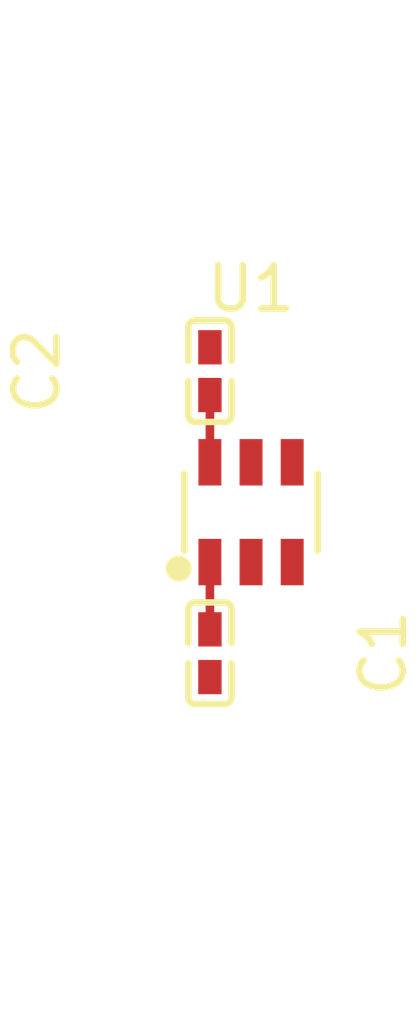
<source format=kicad_pcb>
(kicad_pcb (version 20241229) (generator "pcbnew") (generator_version "9.0")
  (layers (0 "F.Cu" signal) (2 "B.Cu" signal) (13 "F.Paste" user) (15 "B.Paste" user) (5 "F.SilkS" user "F.Silkscreen") (7 "B.SilkS" user "B.Silkscreen") (1 "F.Mask" user) (3 "B.Mask" user) (25 "Edge.Cuts" user))
  (net 0 "")
  (net 1 "hv-1")
  (net 2 "hv")
  (net 3 "gnd")
  (net 4 "buffer-line-2")
  (net 5 "buffer-line")
  (net 6 "buffer-line-1")
  (footprint "atopile:SOT-23-6_L2.9-W1.6-P0.95-LS2.8-BL-d2c740" (layer "F.Cu") (at 0 0)
    (property "Reference" "U1" (at 0 -5.15 0) (layer "F.SilkS"))
    (property "Value" "")
    (fp_line (start -1.54 0.89) (end -1.54 -0.89) (stroke (width 0.15)) (layer "F.SilkS"))
    (fp_line (start 1.54 0.89) (end 1.54 -0.89) (stroke (width 0.15)) (layer "F.SilkS"))
    (fp_circle (center -1.67 1.3) (end -1.52 1.3) (stroke (width 0.3)) (fill no) (layer "F.SilkS"))
    (fp_text user "${REFERENCE}" (at 0 -5.15 0) (layer "F.SilkS"))
    (pad "1" smd rect (at -0.95 1.15) (size 0.53 1.07) (layers "F.Cu" "F.Mask" "F.Paste") (net 2 "hv"))
    (pad "2" smd rect (at 0 1.15) (size 0.53 1.07) (layers "F.Cu" "F.Mask" "F.Paste") (net 3 "gnd"))
    (pad "3" smd rect (at 0.95 1.15) (size 0.53 1.07) (layers "F.Cu" "F.Mask" "F.Paste") (net 6 "buffer-line-1"))
    (pad "4" smd rect (at 0.95 -1.15) (size 0.53 1.07) (layers "F.Cu" "F.Mask" "F.Paste") (net 5 "buffer-line"))
    (pad "5" smd rect (at 0 -1.15) (size 0.53 1.07) (layers "F.Cu" "F.Mask" "F.Paste") (net 4 "buffer-line-2"))
    (pad "6" smd rect (at -0.95 -1.15) (size 0.53 1.07) (layers "F.Cu" "F.Mask" "F.Paste") (net 1 "hv-1"))
  )
  (footprint "atopile:C0402-b3ef17" (layer "F.Cu") (at -0.95 -3.25 90)
    (property "Reference" "C2" (at 0 -4 90) (layer "F.SilkS"))
    (property "Value" "100nF ±10% 16V X7R")
    (fp_line (start 1.02 -0.5) (end 0.23 -0.5) (stroke (width 0.15)) (layer "F.SilkS"))
    (fp_line (start -1.02 -0.5) (end -0.23 -0.5) (stroke (width 0.15)) (layer "F.SilkS"))
    (fp_line (start 1.17 0.35) (end 1.17 -0.35) (stroke (width 0.15)) (layer "F.SilkS"))
    (fp_line (start -1.17 0.35) (end -1.17 -0.35) (stroke (width 0.15)) (layer "F.SilkS"))
    (fp_line (start 0.23 0.5) (end 1.02 0.5) (stroke (width 0.15)) (layer "F.SilkS"))
    (fp_line (start -0.23 0.5) (end -1.02 0.5) (stroke (width 0.15)) (layer "F.SilkS"))
    (fp_arc (start 1.02 -0.5) (mid 1.126066 -0.456066) (end 1.17 -0.35) (stroke (width 0.15)) (layer "F.SilkS"))
    (fp_arc (start -1.17 -0.35) (mid -1.126066 -0.456066) (end -1.02 -0.5) (stroke (width 0.15)) (layer "F.SilkS"))
    (fp_arc (start 1.17 0.35) (mid 1.126066 0.456066) (end 1.02 0.5) (stroke (width 0.15)) (layer "F.SilkS"))
    (fp_arc (start -1.02 0.5) (mid -1.126066 0.456066) (end -1.17 0.35) (stroke (width 0.15)) (layer "F.SilkS"))
    (fp_text user "${REFERENCE}" (at 0 -4 90) (layer "F.SilkS"))
    (pad "1" smd rect (at -0.55 0 90) (size 0.79 0.54) (layers "F.Cu" "F.Mask" "F.Paste") (net 1 "hv-1"))
    (pad "2" smd rect (at 0.55 0 90) (size 0.79 0.54) (layers "F.Cu" "F.Mask" "F.Paste") (net 3 "gnd"))
  )
  (footprint "atopile:C0402-b3ef17" (layer "F.Cu") (at -0.95 3.25 -90)
    (property "Reference" "C1" (at 0 -4 90) (layer "F.SilkS"))
    (property "Value" "100nF ±10% 16V X7R")
    (fp_line (start -0.23 0.5) (end -1.02 0.5) (stroke (width 0.15)) (layer "F.SilkS"))
    (fp_line (start 0.23 0.5) (end 1.02 0.5) (stroke (width 0.15)) (layer "F.SilkS"))
    (fp_line (start -1.17 0.35) (end -1.17 -0.35) (stroke (width 0.15)) (layer "F.SilkS"))
    (fp_line (start 1.17 0.35) (end 1.17 -0.35) (stroke (width 0.15)) (layer "F.SilkS"))
    (fp_line (start -1.02 -0.5) (end -0.23 -0.5) (stroke (width 0.15)) (layer "F.SilkS"))
    (fp_line (start 1.02 -0.5) (end 0.23 -0.5) (stroke (width 0.15)) (layer "F.SilkS"))
    (fp_arc (start -1.02 0.5) (mid -1.126066 0.456066) (end -1.17 0.35) (stroke (width 0.15)) (layer "F.SilkS"))
    (fp_arc (start 1.17 0.35) (mid 1.126066 0.456066) (end 1.02 0.5) (stroke (width 0.15)) (layer "F.SilkS"))
    (fp_arc (start -1.17 -0.35) (mid -1.126066 -0.456066) (end -1.02 -0.5) (stroke (width 0.15)) (layer "F.SilkS"))
    (fp_arc (start 1.02 -0.5) (mid 1.126066 -0.456066) (end 1.17 -0.35) (stroke (width 0.15)) (layer "F.SilkS"))
    (fp_text user "${REFERENCE}" (at 0 -4 90) (layer "F.SilkS"))
    (pad "1" smd rect (at -0.55 0 270) (size 0.79 0.54) (layers "F.Cu" "F.Mask" "F.Paste") (net 2 "hv"))
    (pad "2" smd rect (at 0.55 0 270) (size 0.79 0.54) (layers "F.Cu" "F.Mask" "F.Paste") (net 3 "gnd"))
  )
  (segment (start -0.95 -1.15) (end -0.95 -2.7) (width 0.2) (layer "F.Cu") (net 1))
  (segment (start -0.95 2.7) (end -0.95 1.15) (width 0.2) (layer "F.Cu") (net 2))
)
</source>
